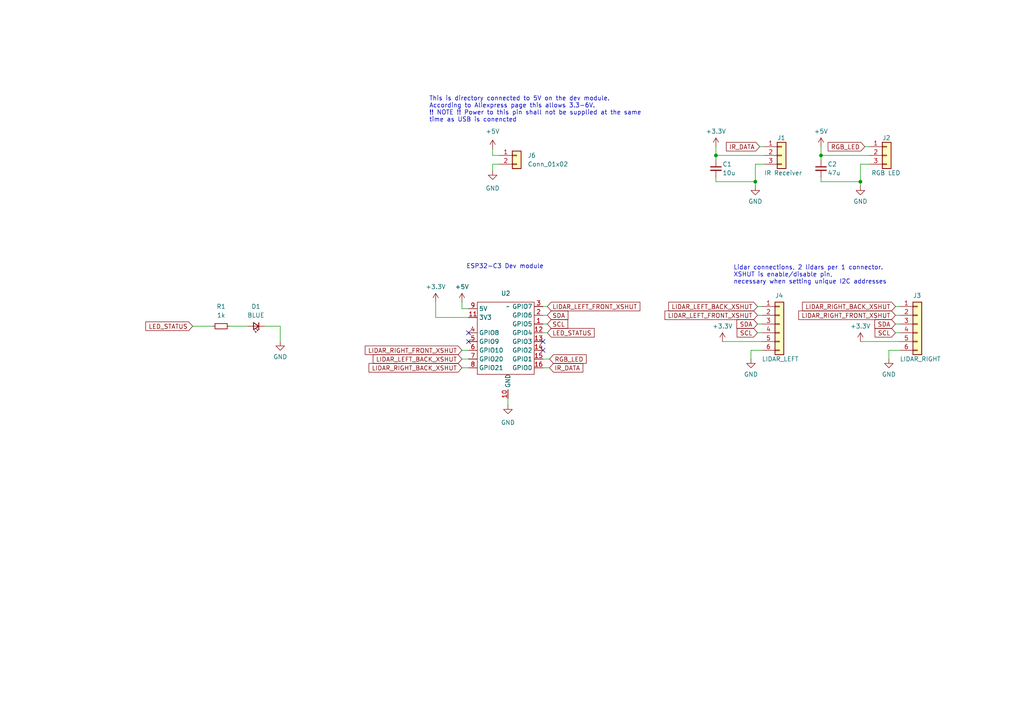
<source format=kicad_sch>
(kicad_sch (version 20230121) (generator eeschema)
  (paper "A4")
  (title_block (title "AEROGATE") (date "2024-02-05") (rev "A") (company "Victor Krook"))
  (lib_symbols
    (symbol "Connector_Generic:Conn_01x02" (pin_names (offset 1.016) hide)
      (property "Reference" "J" (at 0 2.54 0))
      (property "Value" "Conn_01x02" (at 0 -5.08 0))
      (symbol "Conn_01x02_1_1"
        (rectangle (start -1.27 -2.413) (end 0 -2.667) (stroke (width 0.1524)))
        (rectangle (start -1.27 0.127) (end 0 -0.127) (stroke (width 0.1524)))
        (rectangle (start -1.27 1.27) (end 1.27 -3.81) (stroke (width 0.254)) (fill (type background)))
        (pin passive line (at -5.08 0 0) (length 3.81) (name "Pin_1") (number "1"))
        (pin passive line (at -5.08 -2.54 0) (length 3.81) (name "Pin_2") (number "2"))
      )
    )
    (symbol "Connector_Generic:Conn_01x03" (pin_names (offset 1.016) hide)
      (property "Reference" "J" (at 0 5.08 0))
      (property "Value" "Conn_01x03" (at 0 -5.08 0))
      (symbol "Conn_01x03_1_1"
        (rectangle (start -1.27 -2.413) (end 0 -2.667) (stroke (width 0.1524)))
        (rectangle (start -1.27 0.127) (end 0 -0.127) (stroke (width 0.1524)))
        (rectangle (start -1.27 2.667) (end 0 2.413) (stroke (width 0.1524)))
        (rectangle (start -1.27 3.81) (end 1.27 -3.81) (stroke (width 0.254)) (fill (type background)))
        (pin passive line (at -5.08 2.54 0) (length 3.81) (name "Pin_1") (number "1"))
        (pin passive line (at -5.08 0 0) (length 3.81) (name "Pin_2") (number "2"))
        (pin passive line (at -5.08 -2.54 0) (length 3.81) (name "Pin_3") (number "3"))
      )
    )
    (symbol "Connector_Generic:Conn_01x06" (pin_names (offset 1.016) hide)
      (property "Reference" "J" (at 0 7.62 0))
      (property "Value" "Conn_01x06" (at 0 -10.16 0))
      (symbol "Conn_01x06_1_1"
        (rectangle (start -1.27 -7.493) (end 0 -7.747) (stroke (width 0.1524)))
        (rectangle (start -1.27 -4.953) (end 0 -5.207) (stroke (width 0.1524)))
        (rectangle (start -1.27 -2.413) (end 0 -2.667) (stroke (width 0.1524)))
        (rectangle (start -1.27 0.127) (end 0 -0.127) (stroke (width 0.1524)))
        (rectangle (start -1.27 2.667) (end 0 2.413) (stroke (width 0.1524)))
        (rectangle (start -1.27 5.207) (end 0 4.953) (stroke (width 0.1524)))
        (rectangle (start -1.27 6.35) (end 1.27 -8.89) (stroke (width 0.254)) (fill (type background)))
        (pin passive line (at -5.08 5.08 0) (length 3.81) (name "Pin_1") (number "1"))
        (pin passive line (at -5.08 2.54 0) (length 3.81) (name "Pin_2") (number "2"))
        (pin passive line (at -5.08 0 0) (length 3.81) (name "Pin_3") (number "3"))
        (pin passive line (at -5.08 -2.54 0) (length 3.81) (name "Pin_4") (number "4"))
        (pin passive line (at -5.08 -5.08 0) (length 3.81) (name "Pin_5") (number "5"))
        (pin passive line (at -5.08 -7.62 0) (length 3.81) (name "Pin_6") (number "6"))
      )
    )
    (symbol "Device:C_Small" (pin_numbers hide) (pin_names (offset 0.254) hide)
      (property "Reference" "C" (at 0.254 1.778 0))
      (property "Value" "C_Small" (at 0.254 -2.032 0))
      (symbol "C_Small_0_1"
        (polyline (pts (xy -1.524 -0.508) (xy 1.524 -0.508)) (stroke (width 0.3302)))
        (polyline (pts (xy -1.524 0.508) (xy 1.524 0.508)) (stroke (width 0.3048)))
      )
      (symbol "C_Small_1_1"
        (pin passive line (at 0 2.54 270) (length 2.032) (name "~") (number "1"))
        (pin passive line (at 0 -2.54 90) (length 2.032) (name "~") (number "2"))
      )
    )
    (symbol "Device:LED_Small" (pin_numbers hide) (pin_names (offset 0.254) hide)
      (property "Reference" "D" (at -1.27 3.175 0))
      (property "Value" "LED_Small" (at -4.445 -2.54 0))
      (symbol "LED_Small_0_1"
        (polyline (pts (xy -0.762 -1.016) (xy -0.762 1.016)) (stroke (width 0.254)))
        (polyline (pts (xy 1.016 0) (xy -0.762 0)))
        (polyline (pts (xy 0.762 -1.016) (xy -0.762 0) (xy 0.762 1.016) (xy 0.762 -1.016)) (stroke (width 0.254)))
        (polyline (pts (xy 0 0.762) (xy -0.508 1.27) (xy -0.254 1.27) (xy -0.508 1.27) (xy -0.508 1.016)))
        (polyline (pts (xy 0.508 1.27) (xy 0 1.778) (xy 0.254 1.778) (xy 0 1.778) (xy 0 1.524)))
      )
      (symbol "LED_Small_1_1"
        (pin passive line (at -2.54 0 0) (length 1.778) (name "K") (number "1"))
        (pin passive line (at 2.54 0 180) (length 1.778) (name "A") (number "2"))
      )
    )
    (symbol "Device:R_Small" (pin_numbers hide) (pin_names (offset 0.254) hide)
      (property "Reference" "R" (at 0.762 0.508 0))
      (property "Value" "R_Small" (at 0.762 -1.016 0))
      (symbol "R_Small_0_1"
        (rectangle (start -0.762 1.778) (end 0.762 -1.778) (stroke (width 0.2032)))
      )
      (symbol "R_Small_1_1"
        (pin passive line (at 0 2.54 270) (length 0.762) (name "~") (number "1"))
        (pin passive line (at 0 -2.54 90) (length 0.762) (name "~") (number "2"))
      )
    )
    (symbol "custom3:ESP32-C3_Small_devboard"
      (property "Reference" "U" (at 0 2.54 0))
      (symbol "ESP32-C3_Small_devboard_0_1"
        (rectangle (start -8.89 1.27) (end 7.62 -19.685))
      )
      (symbol "ESP32-C3_Small_devboard_1_1"
        (pin input line (at 10.16 -5.08 180) (length 2.54) (name "GPIO5") (number "1"))
        (pin input line (at 0 -26.67 90) (length 2.54) (name "GND") (number "10"))
        (pin input line (at -11.43 -3.175 0) (length 2.54) (name "3V3") (number "11"))
        (pin input line (at 10.16 -7.62 180) (length 2.54) (name "GPIO4") (number "12"))
        (pin input line (at 10.16 -10.16 180) (length 2.54) (name "GPIO3") (number "13"))
        (pin input line (at 10.16 -12.7 180) (length 2.54) (name "GPIO2") (number "14"))
        (pin input line (at 10.16 -15.24 180) (length 2.54) (name "GPIO1") (number "15"))
        (pin input line (at 10.16 -17.78 180) (length 2.54) (name "GPIO0") (number "16"))
        (pin input line (at 10.16 -2.54 180) (length 2.54) (name "GPIO6") (number "2"))
        (pin input line (at 10.16 0 180) (length 2.54) (name "GPIO7") (number "3"))
        (pin input line (at -11.43 -7.62 0) (length 2.54) (name "GPIO8") (number "4"))
        (pin input line (at -11.43 -10.16 0) (length 2.54) (name "GPIO9") (number "5"))
        (pin input line (at -11.43 -12.7 0) (length 2.54) (name "GPIO10") (number "6"))
        (pin input line (at -11.43 -15.24 0) (length 2.54) (name "GPIO20") (number "7"))
        (pin input line (at -11.43 -17.78 0) (length 2.54) (name "GPIO21") (number "8"))
        (pin input line (at -11.43 -0.635 0) (length 2.54) (name "5V") (number "9"))
      )
    )
    (symbol "power:+3.3V" (power) (pin_names (offset 0))
      (property "Value" "+3.3V" (at 0 3.556 0))
      (symbol "+3.3V_0_1"
        (polyline (pts (xy -0.762 1.27) (xy 0 2.54)))
        (polyline (pts (xy 0 0) (xy 0 2.54)))
        (polyline (pts (xy 0 2.54) (xy 0.762 1.27)))
      )
      (symbol "+3.3V_1_1"
        (pin power_in line (at 0 0 90) (length 0) hide (name "+3.3V") (number "1"))
      )
    )
    (symbol "power:+5V" (power) (pin_names (offset 0))
      (property "Value" "+5V" (at 0 3.556 0))
      (symbol "+5V_0_1"
        (polyline (pts (xy -0.762 1.27) (xy 0 2.54)))
        (polyline (pts (xy 0 0) (xy 0 2.54)))
        (polyline (pts (xy 0 2.54) (xy 0.762 1.27)))
      )
      (symbol "+5V_1_1"
        (pin power_in line (at 0 0 90) (length 0) hide (name "+5V") (number "1"))
      )
    )
    (symbol "power:GND" (power) (pin_names (offset 0))
      (property "Value" "GND" (at 0 -3.81 0))
      (symbol "GND_0_1"
        (polyline (pts (xy 0 0) (xy 0 -1.27) (xy 1.27 -1.27) (xy 0 -2.54) (xy -1.27 -1.27) (xy 0 -1.27)))
      )
      (symbol "GND_1_1"
        (pin power_in line (at 0 0 270) (length 0) hide (name "GND") (number "1"))
      )
    )
  )
  (junction (at 249.555 52.705))
  (junction (at 219.075 52.705))
  (junction (at 207.645 45.085))
  (junction (at 238.125 45.085))
  (no_connect (at 135.89 99.06))
  (no_connect (at 135.89 96.52))
  (no_connect (at 157.48 101.6))
  (no_connect (at 157.48 99.06))
  (wire (pts (xy 157.48 106.68) (xy 159.385 106.68)))
  (wire (pts (xy 259.715 93.98) (xy 260.985 93.98)))
  (wire (pts (xy 157.48 88.9) (xy 158.75 88.9)))
  (wire (pts (xy 259.715 96.52) (xy 260.985 96.52)))
  (wire (pts (xy 147.32 115.57) (xy 147.32 117.475)))
  (wire (pts (xy 142.875 45.085) (xy 144.78 45.085)))
  (wire (pts (xy 157.48 104.14) (xy 159.385 104.14)))
  (wire (pts (xy 126.365 92.075) (xy 135.89 92.075)))
  (wire (pts (xy 142.875 49.53) (xy 142.875 47.625)))
  (wire (pts (xy 220.345 42.545) (xy 221.615 42.545)))
  (wire (pts (xy 249.555 47.625) (xy 252.095 47.625)))
  (wire (pts (xy 219.71 88.9) (xy 220.98 88.9)))
  (wire (pts (xy 219.075 47.625) (xy 221.615 47.625)))
  (wire (pts (xy 209.55 99.06) (xy 220.98 99.06)))
  (wire (pts (xy 257.81 104.14) (xy 257.81 101.6)))
  (wire (pts (xy 207.645 45.085) (xy 207.645 46.355)))
  (wire (pts (xy 249.555 99.06) (xy 260.985 99.06)))
  (wire (pts (xy 133.985 101.6) (xy 135.89 101.6)))
  (wire (pts (xy 219.71 96.52) (xy 220.98 96.52)))
  (wire (pts (xy 55.88 94.615) (xy 61.595 94.615)))
  (wire (pts (xy 219.71 93.98) (xy 220.98 93.98)))
  (wire (pts (xy 207.645 52.705) (xy 219.075 52.705)))
  (wire (pts (xy 133.985 89.535) (xy 135.89 89.535)))
  (wire (pts (xy 207.645 45.085) (xy 221.615 45.085)))
  (wire (pts (xy 219.075 47.625) (xy 219.075 52.705)))
  (wire (pts (xy 157.48 93.98) (xy 158.75 93.98)))
  (wire (pts (xy 133.985 104.14) (xy 135.89 104.14)))
  (wire (pts (xy 238.125 51.435) (xy 238.125 52.705)))
  (wire (pts (xy 217.805 104.14) (xy 217.805 101.6)))
  (wire (pts (xy 238.125 42.545) (xy 238.125 45.085)))
  (wire (pts (xy 257.81 101.6) (xy 260.985 101.6)))
  (wire (pts (xy 249.555 47.625) (xy 249.555 52.705)))
  (wire (pts (xy 219.71 91.44) (xy 220.98 91.44)))
  (wire (pts (xy 81.28 94.615) (xy 81.28 99.06)))
  (wire (pts (xy 133.985 106.68) (xy 135.89 106.68)))
  (wire (pts (xy 259.715 91.44) (xy 260.985 91.44)))
  (wire (pts (xy 142.875 47.625) (xy 144.78 47.625)))
  (wire (pts (xy 238.125 45.085) (xy 238.125 46.355)))
  (wire (pts (xy 219.075 53.975) (xy 219.075 52.705)))
  (wire (pts (xy 76.835 94.615) (xy 81.28 94.615)))
  (wire (pts (xy 250.825 42.545) (xy 252.095 42.545)))
  (wire (pts (xy 133.985 87.63) (xy 133.985 89.535)))
  (wire (pts (xy 157.48 91.44) (xy 158.75 91.44)))
  (wire (pts (xy 259.715 88.9) (xy 260.985 88.9)))
  (wire (pts (xy 249.555 53.975) (xy 249.555 52.705)))
  (wire (pts (xy 238.125 45.085) (xy 252.095 45.085)))
  (wire (pts (xy 238.125 52.705) (xy 249.555 52.705)))
  (wire (pts (xy 126.365 87.63) (xy 126.365 92.075)))
  (wire (pts (xy 207.645 51.435) (xy 207.645 52.705)))
  (wire (pts (xy 207.645 42.545) (xy 207.645 45.085)))
  (wire (pts (xy 217.805 101.6) (xy 220.98 101.6)))
  (wire (pts (xy 157.48 96.52) (xy 158.75 96.52)))
  (wire (pts (xy 142.875 43.18) (xy 142.875 45.085)))
  (wire (pts (xy 66.675 94.615) (xy 71.755 94.615)))
  (text "ESP32-C3 Dev module" (at 135.255 78.105 0) (effects (font (size 1.27 1.27)) (justify left bottom)))
  (text "This is directory connected to 5V on the dev module.\nAccording to Aliexpress page this allows 3.3-6V.\n!! NOTE !! Power to this pin shall not be supplied at the same\ntime as USB is conencted" (at 124.46 35.56 0) (effects (font (size 1.27 1.27)) (justify left bottom)))
  (text "Lidar connections, 2 lidars per 1 connector.\nXSHUT is enable/disable pin,\nnecessary when setting unique I2C addresses" (at 212.725 82.55 0) (effects (font (size 1.27 1.27)) (justify left bottom)))
  (global_label "SDA" (shape input) (at 158.75 91.44 0) (property "Intersheetrefs" "${INTERSHEET_REFS}" (effects hide)))
  (global_label "LIDAR_LEFT_FRONT_XSHUT" (shape input) (at 158.75 88.9 0) (property "Intersheetrefs" "${INTERSHEET_REFS}" (effects hide)))
  (global_label "SDA" (shape input) (at 259.715 93.98 180) (property "Intersheetrefs" "${INTERSHEET_REFS}" (effects hide)))
  (global_label "LIDAR_RIGHT_FRONT_XSHUT" (shape input) (at 133.985 101.6 180) (property "Intersheetrefs" "${INTERSHEET_REFS}" (effects hide)))
  (global_label "RGB_LED" (shape input) (at 159.385 104.14 0) (property "Intersheetrefs" "${INTERSHEET_REFS}" (effects hide)))
  (global_label "SCL" (shape input) (at 259.715 96.52 180) (property "Intersheetrefs" "${INTERSHEET_REFS}" (effects hide)))
  (global_label "LIDAR_RIGHT_FRONT_XSHUT" (shape input) (at 259.715 91.44 180) (property "Intersheetrefs" "${INTERSHEET_REFS}" (effects hide)))
  (global_label "RGB_LED" (shape input) (at 250.825 42.545 180) (property "Intersheetrefs" "${INTERSHEET_REFS}" (effects hide)))
  (global_label "SCL" (shape input) (at 158.75 93.98 0) (property "Intersheetrefs" "${INTERSHEET_REFS}" (effects hide)))
  (global_label "SCL" (shape input) (at 219.71 96.52 180) (property "Intersheetrefs" "${INTERSHEET_REFS}" (effects hide)))
  (global_label "LIDAR_LEFT_BACK_XSHUT" (shape input) (at 133.985 104.14 180) (property "Intersheetrefs" "${INTERSHEET_REFS}" (effects hide)))
  (global_label "LED_STATUS" (shape input) (at 158.75 96.52 0) (property "Intersheetrefs" "${INTERSHEET_REFS}" (effects hide)))
  (global_label "LIDAR_LEFT_FRONT_XSHUT" (shape input) (at 219.71 91.44 180) (property "Intersheetrefs" "${INTERSHEET_REFS}" (effects hide)))
  (global_label "SDA" (shape input) (at 219.71 93.98 180) (property "Intersheetrefs" "${INTERSHEET_REFS}" (effects hide)))
  (global_label "LED_STATUS" (shape input) (at 55.88 94.615 180) (property "Intersheetrefs" "${INTERSHEET_REFS}" (effects hide)))
  (global_label "IR_DATA" (shape input) (at 159.385 106.68 0) (property "Intersheetrefs" "${INTERSHEET_REFS}" (effects hide)))
  (global_label "LIDAR_RIGHT_BACK_XSHUT" (shape input) (at 259.715 88.9 180) (property "Intersheetrefs" "${INTERSHEET_REFS}" (effects hide)))
  (global_label "LIDAR_LEFT_BACK_XSHUT" (shape input) (at 219.71 88.9 180) (property "Intersheetrefs" "${INTERSHEET_REFS}" (effects hide)))
  (global_label "LIDAR_RIGHT_BACK_XSHUT" (shape input) (at 133.985 106.68 180) (property "Intersheetrefs" "${INTERSHEET_REFS}" (effects hide)))
  (global_label "IR_DATA" (shape input) (at 220.345 42.545 180) (property "Intersheetrefs" "${INTERSHEET_REFS}" (effects hide)))
  (symbol (lib_id "power:GND") (at 81.28 99.06 0) (unit 1)
    (property "Reference" "#PWR011" (effects hide))
    (property "Value" "GND" (at 81.28 103.505 0))
  )
  (symbol (lib_id "power:+5V") (at 133.985 87.63 0) (unit 1)
    (property "Reference" "#PWR02" (effects hide))
    (property "Value" "+5V" (at 133.985 83.185 0))
  )
  (symbol (lib_id "power:GND") (at 249.555 53.975 0) (unit 1)
    (property "Reference" "#PWR07" (effects hide))
    (property "Value" "GND" (at 249.555 58.42 0))
  )
  (symbol (lib_id "power:+5V") (at 142.875 43.18 0) (unit 1)
    (property "Reference" "#PWR018" (effects hide))
    (property "Value" "+5V" (at 142.875 38.1 0))
  )
  (symbol (lib_id "power:+3.3V") (at 126.365 87.63 0) (unit 1)
    (property "Reference" "#PWR01" (effects hide))
    (property "Value" "+3.3V" (at 126.365 83.185 0))
  )
  (symbol (lib_id "custom3:ESP32-C3_Small_devboard") (at 147.32 88.9 0) (unit 1)
    (property "Reference" "U2" (at 146.685 85.09 0))
    (property "Value" "~" (at 147.32 88.9 0))
    (property "Footprint" "Custom3:ESP32-C3-Dev_Module" (effects hide))
  )
  (symbol (lib_id "power:+3.3V") (at 209.55 99.06 0) (unit 1)
    (property "Reference" "#PWR06" (effects hide))
    (property "Value" "+3.3V" (at 209.55 94.615 0))
  )
  (symbol (lib_id "Connector_Generic:Conn_01x03") (at 257.175 45.085 0) (unit 1)
    (property "Reference" "J2" (at 255.905 40.005 0) (effects (justify left)))
    (property "Value" "RGB LED" (at 252.73 50.165 0) (effects (justify left)))
    (property "Footprint" "Connector_PinSocket_2.54mm:PinSocket_1x03_P2.54mm_Vertical" (effects hide))
  )
  (symbol (lib_id "Connector_Generic:Conn_01x02") (at 149.86 45.085 0) (unit 1)
    (property "Reference" "J6" (at 153.035 45.085 0) (effects (justify left)))
    (property "Value" "Conn_01x02" (at 153.035 47.625 0) (effects (justify left)))
    (property "Footprint" "Connector_PinSocket_2.54mm:PinSocket_1x02_P2.54mm_Vertical" (effects hide))
  )
  (symbol (lib_id "Device:C_Small") (at 207.645 48.895 0) (unit 1)
    (property "Reference" "C1" (at 209.55 47.625 0) (effects (justify left)))
    (property "Value" "10u" (at 209.55 50.165 0) (effects (justify left)))
    (property "Footprint" "Capacitor_SMD:C_0603_1608Metric" (effects hide))
  )
  (symbol (lib_id "Connector_Generic:Conn_01x06") (at 266.065 93.98 0) (unit 1)
    (property "Reference" "J3" (at 264.795 85.725 0) (effects (justify left)))
    (property "Value" "LIDAR_RIGHT" (at 260.985 104.14 0) (effects (justify left)))
    (property "Footprint" "Connector_PinSocket_2.54mm:PinSocket_1x06_P2.54mm_Vertical" (effects hide))
  )
  (symbol (lib_id "power:GND") (at 147.32 117.475 0) (unit 1)
    (property "Reference" "#PWR017" (effects hide))
    (property "Value" "GND" (at 147.32 122.555 0))
  )
  (symbol (lib_id "power:GND") (at 257.81 104.14 0) (unit 1)
    (property "Reference" "#PWR010" (effects hide))
    (property "Value" "GND" (at 257.81 108.585 0))
  )
  (symbol (lib_id "power:GND") (at 217.805 104.14 0) (unit 1)
    (property "Reference" "#PWR08" (effects hide))
    (property "Value" "GND" (at 217.805 108.585 0))
  )
  (symbol (lib_id "Connector_Generic:Conn_01x03") (at 226.695 45.085 0) (unit 1)
    (property "Reference" "J1" (at 225.425 40.005 0) (effects (justify left)))
    (property "Value" "IR Receiver" (at 221.615 50.165 0) (effects (justify left)))
    (property "Footprint" "Connector_PinSocket_2.54mm:PinSocket_1x03_P2.54mm_Vertical" (effects hide))
  )
  (symbol (lib_id "power:GND") (at 142.875 49.53 0) (unit 1)
    (property "Reference" "#PWR019" (effects hide))
    (property "Value" "GND" (at 142.875 54.61 0))
  )
  (symbol (lib_id "Device:LED_Small") (at 74.295 94.615 180) (unit 1)
    (property "Reference" "D1" (at 74.2315 88.9 0))
    (property "Value" "BLUE" (at 74.2315 91.44 0))
    (property "Footprint" "LED_SMD:LED_0603_1608Metric" (effects hide))
  )
  (symbol (lib_id "power:+3.3V") (at 249.555 99.06 0) (unit 1)
    (property "Reference" "#PWR09" (effects hide))
    (property "Value" "+3.3V" (at 249.555 94.615 0))
  )
  (symbol (lib_id "power:+3.3V") (at 207.645 42.545 0) (unit 1)
    (property "Reference" "#PWR05" (effects hide))
    (property "Value" "+3.3V" (at 207.645 38.1 0))
  )
  (symbol (lib_id "power:+5V") (at 238.125 42.545 0) (unit 1)
    (property "Reference" "#PWR03" (effects hide))
    (property "Value" "+5V" (at 238.125 38.1 0))
  )
  (symbol (lib_id "Connector_Generic:Conn_01x06") (at 226.06 93.98 0) (unit 1)
    (property "Reference" "J4" (at 224.79 85.725 0) (effects (justify left)))
    (property "Value" "LIDAR_LEFT" (at 220.98 104.14 0) (effects (justify left)))
    (property "Footprint" "Connector_PinSocket_2.54mm:PinSocket_1x06_P2.54mm_Vertical" (effects hide))
  )
  (symbol (lib_id "Device:R_Small") (at 64.135 94.615 90) (unit 1)
    (property "Reference" "R1" (at 64.135 88.9 90))
    (property "Value" "1k" (at 64.135 91.44 90))
    (property "Footprint" "Resistor_SMD:R_0402_1005Metric" (effects hide))
  )
  (symbol (lib_id "power:GND") (at 219.075 53.975 0) (unit 1)
    (property "Reference" "#PWR04" (effects hide))
    (property "Value" "GND" (at 219.075 58.42 0))
  )
  (symbol (lib_id "Device:C_Small") (at 238.125 48.895 0) (unit 1)
    (property "Reference" "C2" (at 240.03 47.625 0) (effects (justify left)))
    (property "Value" "47u" (at 240.03 50.165 0) (effects (justify left)))
    (property "Footprint" "Capacitor_SMD:C_1206_3216Metric" (effects hide))
  )
)
</source>
